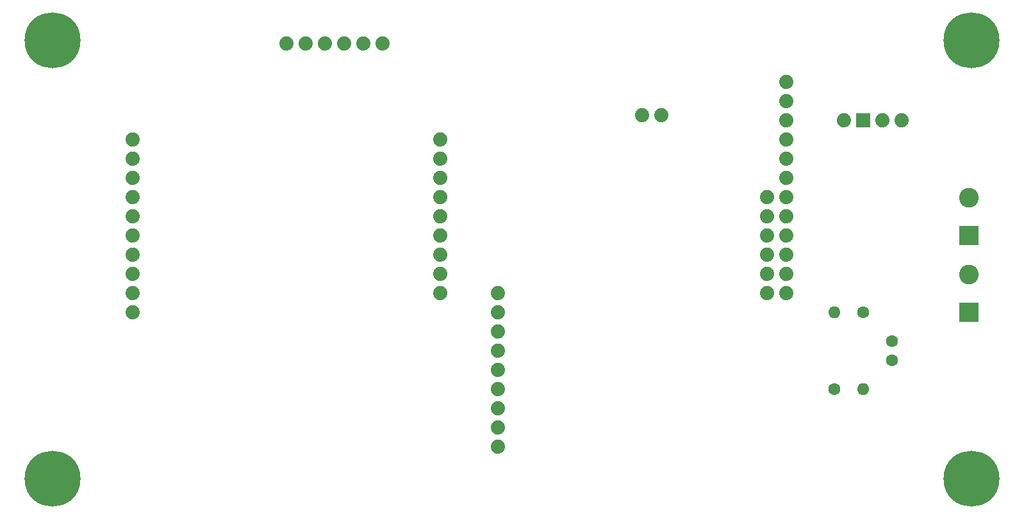
<source format=gbs>
G04 #@! TF.GenerationSoftware,KiCad,Pcbnew,(5.1.9-0-10_14)*
G04 #@! TF.CreationDate,2021-04-13T16:59:34-04:00*
G04 #@! TF.ProjectId,Cryologger GVMS,4372796f-6c6f-4676-9765-722047564d53,v2.0*
G04 #@! TF.SameCoordinates,Original*
G04 #@! TF.FileFunction,Soldermask,Bot*
G04 #@! TF.FilePolarity,Negative*
%FSLAX46Y46*%
G04 Gerber Fmt 4.6, Leading zero omitted, Abs format (unit mm)*
G04 Created by KiCad (PCBNEW (5.1.9-0-10_14)) date 2021-04-13 16:59:34*
%MOMM*%
%LPD*%
G01*
G04 APERTURE LIST*
%ADD10C,1.879600*%
%ADD11R,1.879600X1.879600*%
%ADD12C,7.400000*%
%ADD13C,0.800000*%
%ADD14C,1.600000*%
%ADD15O,1.600000X1.600000*%
%ADD16C,2.600000*%
%ADD17R,2.600000X2.600000*%
G04 APERTURE END LIST*
D10*
X151130000Y-76835000D03*
X153670000Y-76835000D03*
X167640000Y-100330000D03*
X167640000Y-97790000D03*
X167640000Y-95250000D03*
X167640000Y-92710000D03*
X167640000Y-90170000D03*
X167640000Y-87630000D03*
X170180000Y-100330000D03*
X170180000Y-97790000D03*
X170180000Y-95250000D03*
X170180000Y-92710000D03*
X170180000Y-90170000D03*
X170180000Y-87630000D03*
X170180000Y-85090000D03*
X170180000Y-82550000D03*
X170180000Y-80010000D03*
X170180000Y-77470000D03*
X170180000Y-74930000D03*
X170180000Y-72390000D03*
X132080000Y-120650000D03*
X132080000Y-118110000D03*
X132080000Y-115570000D03*
X132080000Y-113030000D03*
X132080000Y-110490000D03*
X132080000Y-107950000D03*
X132080000Y-105410000D03*
X132080000Y-102870000D03*
X132080000Y-100330000D03*
X185420000Y-77470000D03*
X182880000Y-77470000D03*
D11*
X180340000Y-77470000D03*
D10*
X177800000Y-77470000D03*
X124460000Y-100330000D03*
X124460000Y-97790000D03*
X124460000Y-95250000D03*
X124460000Y-92710000D03*
X124460000Y-90170000D03*
X124460000Y-87630000D03*
X124460000Y-85090000D03*
X124460000Y-82550000D03*
X124460000Y-80010000D03*
X116840000Y-67310000D03*
X114300000Y-67310000D03*
X111760000Y-67310000D03*
X109220000Y-67310000D03*
X106680000Y-67310000D03*
X104140000Y-67310000D03*
X83820000Y-102870000D03*
X83820000Y-100330000D03*
X83820000Y-97790000D03*
X83820000Y-95250000D03*
X83820000Y-92710000D03*
X83820000Y-90170000D03*
X83820000Y-87630000D03*
X83820000Y-85090000D03*
X83820000Y-82550000D03*
X83820000Y-80010000D03*
D12*
X194640200Y-124891800D03*
D13*
X197415200Y-124891800D03*
X196602421Y-126854021D03*
X194640200Y-127666800D03*
X192677979Y-126854021D03*
X191865200Y-124891800D03*
X192677979Y-122929579D03*
X194640200Y-122116800D03*
X196602421Y-122929579D03*
D12*
X73177400Y-66878200D03*
D13*
X75952400Y-66878200D03*
X75139621Y-68840421D03*
X73177400Y-69653200D03*
X71215179Y-68840421D03*
X70402400Y-66878200D03*
X71215179Y-64915979D03*
X73177400Y-64103200D03*
X75139621Y-64915979D03*
D12*
X73177400Y-124891800D03*
D13*
X75952400Y-124891800D03*
X75139621Y-126854021D03*
X73177400Y-127666800D03*
X71215179Y-126854021D03*
X70402400Y-124891800D03*
X71215179Y-122929579D03*
X73177400Y-122116800D03*
X75139621Y-122929579D03*
X196602421Y-64915979D03*
X194640200Y-64103200D03*
X192677979Y-64915979D03*
X191865200Y-66878200D03*
X192677979Y-68840421D03*
X194640200Y-69653200D03*
X196602421Y-68840421D03*
X197415200Y-66878200D03*
D12*
X194640200Y-66878200D03*
D14*
X180340000Y-102870000D03*
D15*
X180340000Y-113030000D03*
D14*
X176530000Y-113030000D03*
D15*
X176530000Y-102870000D03*
D14*
X184150000Y-109220000D03*
X184150000Y-106720000D03*
D16*
X194310000Y-87710000D03*
D17*
X194310000Y-92710000D03*
X194310000Y-102870000D03*
D16*
X194310000Y-97870000D03*
M02*

</source>
